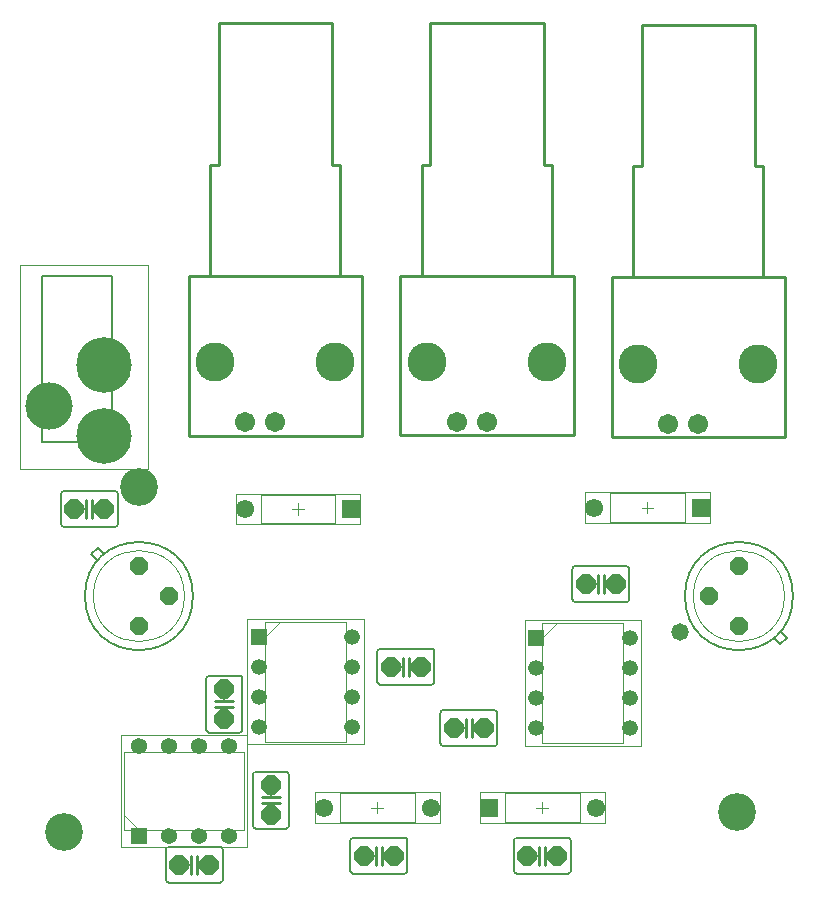
<source format=gts>
G04*
G04 #@! TF.GenerationSoftware,Altium Limited,Altium Designer,21.2.2 (38)*
G04*
G04 Layer_Color=8388736*
%FSLAX25Y25*%
%MOIN*%
G70*
G04*
G04 #@! TF.SameCoordinates,2C2DF465-67B0-4465-8F2B-43406C1D41F1*
G04*
G04*
G04 #@! TF.FilePolarity,Negative*
G04*
G01*
G75*
%ADD11C,0.00787*%
%ADD13C,0.01000*%
%ADD14C,0.00394*%
%ADD15C,0.00600*%
%ADD16C,0.00500*%
%ADD17C,0.00200*%
%ADD18C,0.00197*%
%ADD19P,0.06927X8X202.5*%
%ADD20P,0.06927X8X292.5*%
%ADD21R,0.05367X0.05367*%
%ADD22C,0.05367*%
%ADD23C,0.06115*%
%ADD24R,0.06115X0.06115*%
%ADD25P,0.06494X8X22.5*%
%ADD26R,0.05261X0.05261*%
%ADD27C,0.05261*%
%ADD28C,0.13005*%
%ADD29C,0.06706*%
%ADD30C,0.15761*%
%ADD31C,0.18517*%
%ADD32C,0.12611*%
%ADD33C,0.05800*%
D11*
X87035Y244528D02*
X110658D01*
X87035Y189409D02*
Y244528D01*
Y189409D02*
X110658D01*
Y244528D01*
D13*
X104000Y167000D02*
Y170000D01*
Y164000D02*
Y167000D01*
X102000D02*
Y170000D01*
Y164000D02*
Y167000D01*
X160500Y71000D02*
X163500D01*
X166500D01*
X160500Y69000D02*
X163500D01*
X166500D01*
X137000Y45500D02*
Y48500D01*
Y51500D01*
X139000Y45500D02*
Y48500D01*
Y51500D01*
X255000D02*
Y54500D01*
Y48500D02*
Y51500D01*
X253000D02*
Y54500D01*
Y48500D02*
Y51500D01*
X230500Y94000D02*
Y97000D01*
Y91000D02*
Y94000D01*
X228500D02*
Y97000D01*
Y91000D02*
Y94000D01*
X274500Y142000D02*
Y145000D01*
Y139000D02*
Y142000D01*
X272500D02*
Y145000D01*
Y139000D02*
Y142000D01*
X200500Y51500D02*
Y54500D01*
Y48500D02*
Y51500D01*
X198500D02*
Y54500D01*
Y48500D02*
Y51500D01*
X145000Y103000D02*
X148000D01*
X151000D01*
X145000Y101000D02*
X148000D01*
X151000D01*
X207500Y111500D02*
Y114500D01*
Y117500D01*
X209500Y111500D02*
Y114500D01*
Y117500D01*
X143347Y281658D02*
X146102D01*
X183898D02*
X186653D01*
X146102Y328902D02*
X183898D01*
X186653Y244650D02*
Y281658D01*
X183898D02*
Y328902D01*
X146102Y281658D02*
Y328902D01*
X143347Y244650D02*
Y281658D01*
X136063Y191500D02*
Y244650D01*
Y191500D02*
X193937D01*
Y244650D01*
X136063D02*
X193937D01*
X213846Y281748D02*
X216602D01*
X254398D02*
X257154D01*
X216602Y328992D02*
X254398D01*
X257154Y244740D02*
Y281748D01*
X254398D02*
Y328992D01*
X216602Y281748D02*
Y328992D01*
X213846Y244740D02*
Y281748D01*
X206563Y191591D02*
Y244740D01*
Y191591D02*
X264437D01*
Y244740D01*
X206563D02*
X264437D01*
X277063Y244240D02*
X334937D01*
Y191091D02*
Y244240D01*
X277063Y191091D02*
X334937D01*
X277063D02*
Y244240D01*
X284347D02*
Y281248D01*
X287102D02*
Y328492D01*
X324898Y281248D02*
Y328492D01*
X327654Y244240D02*
Y281248D01*
X287102Y328492D02*
X324898D01*
Y281248D02*
X327654D01*
X284347D02*
X287102D01*
D14*
X114500Y60008D02*
Y85992D01*
X154500D01*
Y60008D02*
Y85992D01*
X114500Y60008D02*
X154500D01*
X114500Y65008D02*
X119500Y60008D01*
X266402Y62776D02*
Y72224D01*
X241598Y62776D02*
X266402D01*
X241598Y72224D02*
X266402D01*
X241598Y62776D02*
Y72224D01*
X254000Y129000D02*
X281000D01*
Y89000D02*
Y129000D01*
X254000Y89000D02*
X281000D01*
X254000D02*
Y129000D01*
Y124000D02*
X259000Y129000D01*
X276598Y162776D02*
Y172224D01*
X301402D01*
X276598Y162776D02*
X301402D01*
Y172224D01*
X160098Y162276D02*
Y171724D01*
X184902D01*
X160098Y162276D02*
X184902D01*
Y171724D01*
X161500Y124500D02*
X166500Y129500D01*
X161500Y89500D02*
Y129500D01*
Y89500D02*
X188500D01*
Y129500D01*
X161500D02*
X188500D01*
X211402Y62776D02*
Y72224D01*
X186598Y62776D02*
X211402D01*
X186598Y72224D02*
X211402D01*
X186598Y62776D02*
Y72224D01*
X252031Y67500D02*
X255968D01*
X254000Y65531D02*
Y69468D01*
X287032Y167500D02*
X290968D01*
X289000Y165532D02*
Y169468D01*
X170531Y167000D02*
X174469D01*
X172500Y165032D02*
Y168968D01*
X79850Y248465D02*
X122665D01*
X79850Y180354D02*
Y248465D01*
Y180354D02*
X122665D01*
Y248465D01*
X197031Y67500D02*
X200969Y67500D01*
X199000Y69468D02*
X199000Y65531D01*
D15*
X104500Y167000D02*
X106000D01*
X100000D02*
X101500D01*
X163500Y71500D02*
Y73000D01*
Y67000D02*
Y68500D01*
X135000Y48500D02*
X136500D01*
X139500D02*
X141000D01*
X255500Y51500D02*
X257000D01*
X251000D02*
X252500D01*
X231000Y94000D02*
X232500D01*
X226500D02*
X228000D01*
X275000Y142000D02*
X276500D01*
X270500D02*
X272000D01*
X201000Y51500D02*
X202500D01*
X196500D02*
X198000D01*
X148000Y103500D02*
Y105000D01*
Y99000D02*
Y100500D01*
X205500Y114500D02*
X207000D01*
X210000D02*
X211500D01*
X112500Y172000D02*
G03*
X111500Y173000I-1000J0D01*
G01*
X94500D02*
G03*
X93500Y172000I0J-1000D01*
G01*
X111500Y161000D02*
G03*
X112500Y162000I0J1000D01*
G01*
X93500D02*
G03*
X94500Y161000I1000J0D01*
G01*
X158500Y79500D02*
G03*
X157500Y78500I0J-1000D01*
G01*
Y61500D02*
G03*
X158500Y60500I1000J0D01*
G01*
X169500Y78500D02*
G03*
X168500Y79500I-1000J0D01*
G01*
Y60500D02*
G03*
X169500Y61500I0J1000D01*
G01*
X128500Y43500D02*
G03*
X129500Y42500I1000J0D01*
G01*
X146500D02*
G03*
X147500Y43500I0J1000D01*
G01*
X129500Y54500D02*
G03*
X128500Y53500I0J-1000D01*
G01*
X147500D02*
G03*
X146500Y54500I-1000J0D01*
G01*
X263500Y56500D02*
G03*
X262500Y57500I-1000J0D01*
G01*
X245500D02*
G03*
X244500Y56500I0J-1000D01*
G01*
X262500Y45500D02*
G03*
X263500Y46500I0J1000D01*
G01*
X244500D02*
G03*
X245500Y45500I1000J0D01*
G01*
X239000Y99000D02*
G03*
X238000Y100000I-1000J0D01*
G01*
X221000D02*
G03*
X220000Y99000I0J-1000D01*
G01*
X238000Y88000D02*
G03*
X239000Y89000I0J1000D01*
G01*
X220000D02*
G03*
X221000Y88000I1000J0D01*
G01*
X283000Y147000D02*
G03*
X282000Y148000I-1000J0D01*
G01*
X265000D02*
G03*
X264000Y147000I0J-1000D01*
G01*
X282000Y136000D02*
G03*
X283000Y137000I0J1000D01*
G01*
X264000D02*
G03*
X265000Y136000I1000J0D01*
G01*
X209000Y56500D02*
G03*
X208000Y57500I-1000J0D01*
G01*
X191000D02*
G03*
X190000Y56500I0J-1000D01*
G01*
X208000Y45500D02*
G03*
X209000Y46500I0J1000D01*
G01*
X190000D02*
G03*
X191000Y45500I1000J0D01*
G01*
X143000Y111500D02*
G03*
X142000Y110500I0J-1000D01*
G01*
Y93500D02*
G03*
X143000Y92500I1000J0D01*
G01*
X154000Y110500D02*
G03*
X153000Y111500I-1000J0D01*
G01*
Y92500D02*
G03*
X154000Y93500I0J1000D01*
G01*
X199000Y109500D02*
G03*
X200000Y108500I1000J0D01*
G01*
X217000D02*
G03*
X218000Y109500I0J1000D01*
G01*
X200000Y120500D02*
G03*
X199000Y119500I0J-1000D01*
G01*
X218000D02*
G03*
X217000Y120500I-1000J0D01*
G01*
X104000Y167000D02*
X104500D01*
X101500D02*
X102000D01*
X112500Y162000D02*
Y172000D01*
X93500Y162000D02*
Y172000D01*
X94500Y173000D02*
X111500D01*
X94500Y161000D02*
X111500D01*
X163500Y71000D02*
Y71500D01*
Y68500D02*
Y69000D01*
X158500Y79500D02*
X168500D01*
X158500Y60500D02*
X168500D01*
X157500Y61500D02*
Y78500D01*
X169500Y61500D02*
Y78500D01*
X136500Y48500D02*
X137000D01*
X139000D02*
X139500D01*
X128500Y43500D02*
Y53500D01*
X147500Y43500D02*
Y53500D01*
X129500Y42500D02*
X146500D01*
X129500Y54500D02*
X146500D01*
X245500Y57500D02*
X262500D01*
X245500Y45500D02*
X262500D01*
X263500Y46500D02*
Y56500D01*
X244500Y46500D02*
Y56500D01*
X255000Y51500D02*
X255500D01*
X252500D02*
X253000D01*
X230500Y94000D02*
X231000D01*
X228000D02*
X228500D01*
X239000Y89000D02*
Y99000D01*
X220000Y89000D02*
Y99000D01*
X221000Y100000D02*
X238000D01*
X221000Y88000D02*
X238000D01*
X274500Y142000D02*
X275000D01*
X272000D02*
X272500D01*
X283000Y137000D02*
Y147000D01*
X264000Y137000D02*
Y147000D01*
X265000Y148000D02*
X282000D01*
X265000Y136000D02*
X282000D01*
X191000Y57500D02*
X208000D01*
X191000Y45500D02*
X208000D01*
X209000Y46500D02*
Y56500D01*
X190000Y46500D02*
Y56500D01*
X200500Y51500D02*
X201000D01*
X198000D02*
X198500D01*
X142000Y93500D02*
Y110500D01*
X154000Y93500D02*
Y110500D01*
X143000Y111500D02*
X153000D01*
X143000Y92500D02*
X153000D01*
X148000Y103000D02*
Y103500D01*
Y100500D02*
Y101000D01*
X200000Y108500D02*
X217000D01*
X200000Y120500D02*
X217000D01*
X199000Y109500D02*
Y119500D01*
X218000Y109500D02*
Y119500D01*
X207000Y114500D02*
X207500D01*
X209500D02*
X210000D01*
D16*
X137500Y138000D02*
G03*
X137500Y138000I-18000J0D01*
G01*
X337500D02*
G03*
X337500Y138000I-18000J0D01*
G01*
X103600Y151900D02*
X105700Y149800D01*
Y154000D02*
X107800Y151900D01*
X103600D02*
X105700Y154000D01*
X333300Y126200D02*
X335400Y124100D01*
X331200D02*
X333300Y122000D01*
X335400Y124100D01*
D17*
X134700Y138000D02*
G03*
X134700Y138000I-15200J0D01*
G01*
X334700D02*
G03*
X334700Y138000I-15200J0D01*
G01*
D18*
X113516Y54240D02*
Y91760D01*
X155484D01*
Y54240D02*
Y91760D01*
X113516Y54240D02*
X155484D01*
X233232Y62382D02*
Y72618D01*
Y62382D02*
X274768D01*
X233232Y72618D02*
X274768D01*
Y62382D02*
Y72618D01*
X248035Y129984D02*
X286965D01*
Y88016D02*
Y129984D01*
X248035Y88016D02*
X286965D01*
X248035D02*
Y129984D01*
X309768Y162382D02*
Y172618D01*
X268232D02*
X309768D01*
X268232Y162382D02*
X309768D01*
X268232D02*
Y172618D01*
X193268Y161882D02*
Y172118D01*
X151732D02*
X193268D01*
X151732Y161882D02*
X193268D01*
X151732D02*
Y172118D01*
X155535Y88516D02*
Y130484D01*
Y88516D02*
X194465D01*
Y130484D01*
X155535D02*
X194465D01*
X178232Y62382D02*
X178232Y72618D01*
X178232Y62382D02*
X219768D01*
X178232Y72618D02*
X219768D01*
X219768Y62382D02*
X219768Y72618D01*
D19*
X98000Y167000D02*
D03*
X108000D02*
D03*
X143000Y48500D02*
D03*
X133000D02*
D03*
X249000Y51500D02*
D03*
X259000D02*
D03*
X224500Y94000D02*
D03*
X234500D02*
D03*
X268500Y142000D02*
D03*
X278500D02*
D03*
X194500Y51500D02*
D03*
X204500D02*
D03*
X213500Y114500D02*
D03*
X203500D02*
D03*
D20*
X163500Y65000D02*
D03*
Y75000D02*
D03*
X148000Y97000D02*
D03*
Y107000D02*
D03*
D21*
X119500Y58000D02*
D03*
D22*
X129500D02*
D03*
X139500D02*
D03*
X149500D02*
D03*
Y88000D02*
D03*
X139500D02*
D03*
X129500D02*
D03*
X119500D02*
D03*
D23*
X271716Y67500D02*
D03*
X271283Y167500D02*
D03*
X154783Y167000D02*
D03*
X216717Y67500D02*
D03*
X181283D02*
D03*
D24*
X236283D02*
D03*
X306717Y167500D02*
D03*
X190217Y167000D02*
D03*
D25*
X119500Y148000D02*
D03*
X129500Y138000D02*
D03*
X119500Y128000D02*
D03*
X319500D02*
D03*
X309500Y138000D02*
D03*
X319500Y148000D02*
D03*
D26*
X251874Y124000D02*
D03*
X159374Y124500D02*
D03*
D27*
X251874Y114000D02*
D03*
Y104000D02*
D03*
Y94000D02*
D03*
X283126D02*
D03*
Y104000D02*
D03*
Y114000D02*
D03*
Y124000D02*
D03*
X190626Y124500D02*
D03*
Y114500D02*
D03*
Y104500D02*
D03*
Y94500D02*
D03*
X159374D02*
D03*
Y104500D02*
D03*
Y114500D02*
D03*
D28*
X145000Y215910D02*
D03*
X185000D02*
D03*
X215500Y216000D02*
D03*
X255500D02*
D03*
X326000Y215500D02*
D03*
X286000D02*
D03*
D29*
X165000Y195878D02*
D03*
X155000D02*
D03*
X235500Y195968D02*
D03*
X225500D02*
D03*
X296000Y195468D02*
D03*
X306000D02*
D03*
D30*
X89693Y201220D02*
D03*
D31*
X108000Y215000D02*
D03*
Y191378D02*
D03*
D32*
X119500Y174500D02*
D03*
X94500Y59500D02*
D03*
X319000Y66000D02*
D03*
D33*
X300000Y126000D02*
D03*
M02*

</source>
